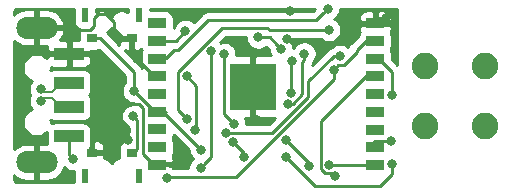
<source format=gbr>
G04 #@! TF.GenerationSoftware,KiCad,Pcbnew,(5.1.4)-1*
G04 #@! TF.CreationDate,2020-10-17T14:20:49+02:00*
G04 #@! TF.ProjectId,Long range deauther,4c6f6e67-2072-4616-9e67-652064656175,rev?*
G04 #@! TF.SameCoordinates,Original*
G04 #@! TF.FileFunction,Copper,L1,Top*
G04 #@! TF.FilePolarity,Positive*
%FSLAX46Y46*%
G04 Gerber Fmt 4.6, Leading zero omitted, Abs format (unit mm)*
G04 Created by KiCad (PCBNEW (5.1.4)-1) date 2020-10-17 14:20:49*
%MOMM*%
%LPD*%
G04 APERTURE LIST*
%ADD10C,2.250000*%
%ADD11R,0.600000X1.200000*%
%ADD12R,0.900000X0.800000*%
%ADD13R,2.500000X1.100000*%
%ADD14O,3.500000X1.900000*%
%ADD15R,1.500000X0.900000*%
%ADD16R,4.000000X4.000000*%
%ADD17C,0.800000*%
%ADD18C,0.250000*%
%ADD19C,0.200000*%
%ADD20C,0.254000*%
G04 APERTURE END LIST*
D10*
X161454000Y-80474000D03*
X166534000Y-80474000D03*
X161454000Y-85554000D03*
X166534000Y-85554000D03*
D11*
X132650000Y-76170000D03*
X137250000Y-76170000D03*
D12*
X136660000Y-78160000D03*
X133250000Y-78150000D03*
X136650000Y-87830000D03*
X133240000Y-87820000D03*
D11*
X132650000Y-89810000D03*
X137250000Y-89810000D03*
D13*
X131331240Y-83956400D03*
X131331240Y-81956400D03*
X131331240Y-86456400D03*
X131331240Y-79456400D03*
D14*
X128581240Y-88656400D03*
X128581240Y-77256400D03*
D15*
X157250000Y-88880000D03*
X157250000Y-87380000D03*
X157250000Y-85880000D03*
X157250000Y-84380000D03*
X157250000Y-82880000D03*
X157250000Y-81380000D03*
X157250000Y-79880000D03*
X157250000Y-78380000D03*
X157250000Y-76880000D03*
X138790000Y-76870000D03*
X138790000Y-79870000D03*
X138790000Y-82870000D03*
X138790000Y-78370000D03*
X138790000Y-85870000D03*
X138790000Y-81370000D03*
X138790000Y-87370000D03*
X138790000Y-84370000D03*
X138790000Y-88870000D03*
D16*
X146900000Y-82240000D03*
D17*
X136337040Y-86756240D03*
X141680000Y-76070000D03*
X141500000Y-88300000D03*
X150000000Y-75830000D03*
X158199990Y-76460000D03*
X145802340Y-79042340D03*
X131561840Y-77576680D03*
X137048240Y-79862680D03*
X147233640Y-85029040D03*
X149793960Y-78170104D03*
X153360000Y-88870012D03*
X149870647Y-83721862D03*
X149690000Y-86760000D03*
X151620000Y-88960000D03*
X151250000Y-79450000D03*
X153340000Y-77445094D03*
X141295620Y-84961649D03*
X147350000Y-78080000D03*
X149275622Y-79025294D03*
X141999156Y-85937510D03*
X141280000Y-81340000D03*
X136820010Y-82599990D03*
X142520000Y-87580002D03*
X136760000Y-84770000D03*
X153730000Y-80800000D03*
X139593320Y-89951560D03*
X150152311Y-82762347D03*
X150245939Y-80089056D03*
X158620000Y-86840000D03*
X153890000Y-89800000D03*
X158640000Y-82980000D03*
X144470000Y-79500000D03*
X145229847Y-86954847D03*
X149740000Y-88240000D03*
X158640000Y-88770000D03*
X146152340Y-88162340D03*
X145311859Y-85400000D03*
X154290000Y-79650000D03*
X144621571Y-86147724D03*
X153250000Y-75640000D03*
X143381152Y-79191152D03*
X141187347Y-77527347D03*
X142475707Y-89131829D03*
X128960645Y-83481400D03*
X128960645Y-82431400D03*
X131678680Y-88351360D03*
D18*
X157140000Y-76460000D02*
X156750000Y-76850000D01*
X158199990Y-76460000D02*
X157140000Y-76460000D01*
X135124999Y-76795997D02*
X135124999Y-77324999D01*
X134424001Y-76094999D02*
X135124999Y-76795997D01*
X133775999Y-76094999D02*
X134424001Y-76094999D01*
X133424999Y-76445999D02*
X133775999Y-76094999D01*
X133424999Y-77094001D02*
X133424999Y-76445999D01*
X135960000Y-78160000D02*
X136660000Y-78160000D01*
X133094001Y-77424999D02*
X133424999Y-77094001D01*
X132279206Y-77424999D02*
X133094001Y-77424999D01*
X135124999Y-77324999D02*
X135960000Y-78160000D01*
X132127525Y-77576680D02*
X132279206Y-77424999D01*
X131561840Y-77576680D02*
X132127525Y-77576680D01*
X138555560Y-81370000D02*
X138790000Y-81370000D01*
X137048240Y-79862680D02*
X138555560Y-81370000D01*
X138486410Y-88850000D02*
X139250000Y-88850000D01*
X137563860Y-87927450D02*
X138486410Y-88850000D01*
X137563860Y-84083860D02*
X137563860Y-87927450D01*
X136450000Y-85720000D02*
X135690000Y-84960000D01*
X135690000Y-84960000D02*
X135690000Y-84390000D01*
X135690000Y-84390000D02*
X136340000Y-83740000D01*
X136450000Y-86050000D02*
X136450000Y-85720000D01*
X136340000Y-83740000D02*
X137220000Y-83740000D01*
X137220000Y-83740000D02*
X137563860Y-84083860D01*
X153380012Y-88850000D02*
X153360000Y-88870012D01*
X156750000Y-88850000D02*
X153380012Y-88850000D01*
X149690000Y-86760000D02*
X151620000Y-88690000D01*
X151620000Y-88690000D02*
X151620000Y-88960000D01*
X151085001Y-82902659D02*
X151085001Y-80180684D01*
X151250000Y-80015685D02*
X151250000Y-79450000D01*
X150265798Y-83721862D02*
X151085001Y-82902659D01*
X149870647Y-83721862D02*
X150265798Y-83721862D01*
X151085001Y-80180684D02*
X151250000Y-80015685D01*
X148318096Y-77445094D02*
X148128001Y-77254999D01*
X148128001Y-77254999D02*
X144291999Y-77254999D01*
X140554999Y-80991999D02*
X140554999Y-84221028D01*
X140895621Y-84561650D02*
X141295620Y-84961649D01*
X140554999Y-84221028D02*
X140895621Y-84561650D01*
X153340000Y-77445094D02*
X148318096Y-77445094D01*
X144291999Y-77254999D02*
X140554999Y-80991999D01*
X148330328Y-78080000D02*
X148875623Y-78625295D01*
X148875623Y-78625295D02*
X149275622Y-79025294D01*
X147350000Y-78080000D02*
X148330328Y-78080000D01*
X142120000Y-82180000D02*
X141280000Y-81340000D01*
X141999156Y-85937510D02*
X142120000Y-85816666D01*
X142120000Y-85816666D02*
X142120000Y-82180000D01*
X138950000Y-84350000D02*
X139250000Y-84350000D01*
X139250000Y-84350000D02*
X139550000Y-84350000D01*
X142120001Y-87180003D02*
X142520000Y-87580002D01*
X136804400Y-82584380D02*
X136820010Y-82599990D01*
X136804400Y-81005680D02*
X136804400Y-82584380D01*
X133250000Y-78150000D02*
X133948720Y-78150000D01*
X133948720Y-78150000D02*
X136804400Y-81005680D01*
X139309998Y-84370000D02*
X138790000Y-84370000D01*
X142520000Y-87580002D02*
X139309998Y-84370000D01*
X138590020Y-84370000D02*
X138790000Y-84370000D01*
X136820010Y-82599990D02*
X138590020Y-84370000D01*
X137090000Y-85100000D02*
X136760000Y-84770000D01*
X136780000Y-87830000D02*
X137090000Y-87520000D01*
X137090000Y-87520000D02*
X137090000Y-85100000D01*
X153730000Y-80800000D02*
X154129999Y-80400001D01*
X154129999Y-80400001D02*
X154613001Y-80400001D01*
X156450000Y-78350000D02*
X156750000Y-78350000D01*
X154613001Y-80400001D02*
X155674999Y-79338003D01*
X155674999Y-79125001D02*
X156450000Y-78350000D01*
X155674999Y-79338003D02*
X155674999Y-79125001D01*
X136830000Y-87830000D02*
X136780000Y-87830000D01*
X153730000Y-81610000D02*
X145483171Y-89856829D01*
X153730000Y-80800000D02*
X153730000Y-81610000D01*
X145483171Y-89856829D02*
X140336829Y-89856829D01*
X140336829Y-89856829D02*
X139688051Y-89856829D01*
X139688051Y-89856829D02*
X139593320Y-89951560D01*
X150152311Y-80182684D02*
X150245939Y-80089056D01*
X150152311Y-82762347D02*
X150152311Y-80182684D01*
X157260000Y-86840000D02*
X156750000Y-87350000D01*
X158620000Y-86840000D02*
X157260000Y-86840000D01*
X152634999Y-85165001D02*
X156450000Y-81350000D01*
X156450000Y-81350000D02*
X156750000Y-81350000D01*
X152634999Y-89218013D02*
X152634999Y-85165001D01*
X153011999Y-89595013D02*
X152634999Y-89218013D01*
X153708001Y-89595013D02*
X153011999Y-89595013D01*
X153890000Y-89777012D02*
X153708001Y-89595013D01*
X153890000Y-89800000D02*
X153890000Y-89777012D01*
X156750000Y-79850000D02*
X157050000Y-79850000D01*
X157550000Y-79880000D02*
X157250000Y-79880000D01*
X158640000Y-80970000D02*
X157550000Y-79880000D01*
X158640000Y-82980000D02*
X158640000Y-80970000D01*
X146152340Y-87877340D02*
X146152340Y-88162340D01*
X145229847Y-86954847D02*
X146152340Y-87877340D01*
X144470000Y-84558141D02*
X144911860Y-85000001D01*
X144911860Y-85000001D02*
X145311859Y-85400000D01*
X144470000Y-79500000D02*
X144470000Y-84558141D01*
X158670000Y-89653100D02*
X158670000Y-88770000D01*
X157673110Y-90649990D02*
X158670000Y-89653100D01*
X149740000Y-88240000D02*
X152149990Y-90649990D01*
X152149990Y-90649990D02*
X157673110Y-90649990D01*
X151585001Y-83108001D02*
X148545278Y-86147724D01*
X148545278Y-86147724D02*
X145187256Y-86147724D01*
X151585001Y-81789314D02*
X151585001Y-83108001D01*
X154290000Y-79650000D02*
X153724315Y-79650000D01*
X145187256Y-86147724D02*
X144621571Y-86147724D01*
X153724315Y-79650000D02*
X151585001Y-81789314D01*
X139250000Y-79850000D02*
X139550000Y-79850000D01*
X140590000Y-79150000D02*
X143130000Y-76610000D01*
X139550000Y-79850000D02*
X140250000Y-79150000D01*
X140250000Y-79150000D02*
X140590000Y-79150000D01*
X143130000Y-76610000D02*
X152280000Y-76610000D01*
X152280000Y-76610000D02*
X152850001Y-76039999D01*
X152850001Y-76039999D02*
X153250000Y-75640000D01*
X140364694Y-78350000D02*
X139250000Y-78350000D01*
X141187347Y-77527347D02*
X140364694Y-78350000D01*
X143381152Y-88226384D02*
X142875706Y-88731830D01*
X142875706Y-88731830D02*
X142475707Y-89131829D01*
X143381152Y-79191152D02*
X143381152Y-88226384D01*
D19*
X129260645Y-83181400D02*
X128960645Y-83481400D01*
X129856240Y-83181400D02*
X129260645Y-83181400D01*
X130631240Y-83956400D02*
X129856240Y-83181400D01*
X131331240Y-83956400D02*
X130631240Y-83956400D01*
X131331240Y-81956400D02*
X130631240Y-81956400D01*
X130631240Y-81956400D02*
X129856240Y-82731400D01*
X129856240Y-82731400D02*
X129260645Y-82731400D01*
X129260645Y-82731400D02*
X128960645Y-82431400D01*
D18*
X131331240Y-86456400D02*
X131331240Y-88003920D01*
X131331240Y-88003920D02*
X131678680Y-88351360D01*
D20*
G36*
X131711928Y-76770000D02*
G01*
X131724188Y-76894482D01*
X131760498Y-77014180D01*
X131819463Y-77124494D01*
X131898815Y-77221185D01*
X131995506Y-77300537D01*
X132105820Y-77359502D01*
X132225518Y-77395812D01*
X132267110Y-77399908D01*
X132210498Y-77505820D01*
X132174188Y-77625518D01*
X132161928Y-77750000D01*
X132161928Y-78269664D01*
X131616990Y-78271400D01*
X131458240Y-78430150D01*
X131458240Y-79329400D01*
X133057490Y-79329400D01*
X133198818Y-79188072D01*
X133700000Y-79188072D01*
X133824482Y-79175812D01*
X133882217Y-79158298D01*
X136044400Y-81320483D01*
X136044401Y-81911888D01*
X136016073Y-81940216D01*
X135902805Y-82109734D01*
X135824784Y-82298092D01*
X135785010Y-82498051D01*
X135785010Y-82701929D01*
X135824784Y-82901888D01*
X135902805Y-83090246D01*
X136016073Y-83259764D01*
X136160236Y-83403927D01*
X136329754Y-83517195D01*
X136518112Y-83595216D01*
X136718071Y-83634990D01*
X136780209Y-83634990D01*
X136884758Y-83739539D01*
X136861939Y-83735000D01*
X136658061Y-83735000D01*
X136458102Y-83774774D01*
X136269744Y-83852795D01*
X136100226Y-83966063D01*
X135956063Y-84110226D01*
X135842795Y-84279744D01*
X135764774Y-84468102D01*
X135725000Y-84668061D01*
X135725000Y-84871939D01*
X135764774Y-85071898D01*
X135842795Y-85260256D01*
X135956063Y-85429774D01*
X136100226Y-85573937D01*
X136269744Y-85687205D01*
X136330001Y-85712164D01*
X136330000Y-86791928D01*
X136200000Y-86791928D01*
X136075518Y-86804188D01*
X135955820Y-86840498D01*
X135845506Y-86899463D01*
X135748815Y-86978815D01*
X135669463Y-87075506D01*
X135610498Y-87185820D01*
X135574188Y-87305518D01*
X135561928Y-87430000D01*
X135561928Y-88230000D01*
X135564155Y-88252615D01*
X135512686Y-88262853D01*
X135333428Y-88337104D01*
X135172099Y-88444901D01*
X135034901Y-88582099D01*
X134950000Y-88709162D01*
X134865099Y-88582099D01*
X134727901Y-88444901D01*
X134566572Y-88337104D01*
X134387314Y-88262853D01*
X134325071Y-88250472D01*
X134328072Y-88220000D01*
X134325000Y-88105750D01*
X134166250Y-87947000D01*
X133367000Y-87947000D01*
X133367000Y-87967000D01*
X133113000Y-87967000D01*
X133113000Y-87947000D01*
X133093000Y-87947000D01*
X133093000Y-87693000D01*
X133113000Y-87693000D01*
X133113000Y-87358606D01*
X133170742Y-87250580D01*
X133207052Y-87130882D01*
X133219312Y-87006400D01*
X133219312Y-86943750D01*
X133367000Y-86943750D01*
X133367000Y-87693000D01*
X134166250Y-87693000D01*
X134325000Y-87534250D01*
X134328072Y-87420000D01*
X134315812Y-87295518D01*
X134279502Y-87175820D01*
X134220537Y-87065506D01*
X134141185Y-86968815D01*
X134044494Y-86889463D01*
X133934180Y-86830498D01*
X133814482Y-86794188D01*
X133690000Y-86781928D01*
X133525750Y-86785000D01*
X133367000Y-86943750D01*
X133219312Y-86943750D01*
X133219312Y-85906400D01*
X133207052Y-85781918D01*
X133170742Y-85662220D01*
X133111777Y-85551906D01*
X133032425Y-85455215D01*
X132935734Y-85375863D01*
X132825420Y-85316898D01*
X132705722Y-85280588D01*
X132581240Y-85268328D01*
X130081240Y-85268328D01*
X129956758Y-85280588D01*
X129837060Y-85316898D01*
X129766240Y-85354753D01*
X129766240Y-85139688D01*
X129748069Y-85048334D01*
X129837060Y-85095902D01*
X129956758Y-85132212D01*
X130081240Y-85144472D01*
X132581240Y-85144472D01*
X132705722Y-85132212D01*
X132825420Y-85095902D01*
X132935734Y-85036937D01*
X133032425Y-84957585D01*
X133111777Y-84860894D01*
X133170742Y-84750580D01*
X133207052Y-84630882D01*
X133219312Y-84506400D01*
X133219312Y-83406400D01*
X133207052Y-83281918D01*
X133170742Y-83162220D01*
X133111777Y-83051906D01*
X133033398Y-82956400D01*
X133111777Y-82860894D01*
X133170742Y-82750580D01*
X133207052Y-82630882D01*
X133219312Y-82506400D01*
X133219312Y-81406400D01*
X133207052Y-81281918D01*
X133170742Y-81162220D01*
X133111777Y-81051906D01*
X133032425Y-80955215D01*
X132935734Y-80875863D01*
X132825420Y-80816898D01*
X132705722Y-80780588D01*
X132581240Y-80768328D01*
X130081240Y-80768328D01*
X129956758Y-80780588D01*
X129837060Y-80816898D01*
X129748069Y-80864466D01*
X129766240Y-80773112D01*
X129766240Y-80558047D01*
X129837060Y-80595902D01*
X129956758Y-80632212D01*
X130081240Y-80644472D01*
X131045490Y-80641400D01*
X131204240Y-80482650D01*
X131204240Y-79583400D01*
X131458240Y-79583400D01*
X131458240Y-80482650D01*
X131616990Y-80641400D01*
X132581240Y-80644472D01*
X132705722Y-80632212D01*
X132825420Y-80595902D01*
X132935734Y-80536937D01*
X133032425Y-80457585D01*
X133111777Y-80360894D01*
X133170742Y-80250580D01*
X133207052Y-80130882D01*
X133219312Y-80006400D01*
X133216240Y-79742150D01*
X133057490Y-79583400D01*
X131458240Y-79583400D01*
X131204240Y-79583400D01*
X129604990Y-79583400D01*
X129446240Y-79742150D01*
X129445052Y-79844368D01*
X129336634Y-79735950D01*
X129142548Y-79606266D01*
X128926892Y-79516939D01*
X128697952Y-79471400D01*
X128464528Y-79471400D01*
X128235588Y-79516939D01*
X128019932Y-79606266D01*
X127825846Y-79735950D01*
X127660790Y-79901006D01*
X127531106Y-80095092D01*
X127441779Y-80310748D01*
X127396240Y-80539688D01*
X127396240Y-80773112D01*
X127441779Y-81002052D01*
X127531106Y-81217708D01*
X127660790Y-81411794D01*
X127825846Y-81576850D01*
X128019932Y-81706534D01*
X128162675Y-81765659D01*
X128156708Y-81771626D01*
X128043440Y-81941144D01*
X127965419Y-82129502D01*
X127925645Y-82329461D01*
X127925645Y-82533339D01*
X127965419Y-82733298D01*
X128043440Y-82921656D01*
X128066655Y-82956400D01*
X128043440Y-82991144D01*
X127965419Y-83179502D01*
X127925645Y-83379461D01*
X127925645Y-83583339D01*
X127965419Y-83783298D01*
X128043440Y-83971656D01*
X128156708Y-84141174D01*
X128162675Y-84147141D01*
X128019932Y-84206266D01*
X127825846Y-84335950D01*
X127660790Y-84501006D01*
X127531106Y-84695092D01*
X127441779Y-84910748D01*
X127396240Y-85139688D01*
X127396240Y-85373112D01*
X127441779Y-85602052D01*
X127531106Y-85817708D01*
X127660790Y-86011794D01*
X127825846Y-86176850D01*
X128019932Y-86306534D01*
X128235588Y-86395861D01*
X128464528Y-86441400D01*
X128697952Y-86441400D01*
X128926892Y-86395861D01*
X129142548Y-86306534D01*
X129336634Y-86176850D01*
X129443168Y-86070316D01*
X129443168Y-87006400D01*
X129449570Y-87071400D01*
X128708240Y-87071400D01*
X128708240Y-88529400D01*
X128728240Y-88529400D01*
X128728240Y-88783400D01*
X128708240Y-88783400D01*
X128708240Y-90241400D01*
X129508240Y-90241400D01*
X129815018Y-90186168D01*
X130105126Y-90072148D01*
X130367415Y-89903722D01*
X130591806Y-89687362D01*
X130769676Y-89431383D01*
X130894189Y-89145621D01*
X130916227Y-89052618D01*
X131018906Y-89155297D01*
X131188424Y-89268565D01*
X131376782Y-89346586D01*
X131576741Y-89386360D01*
X131711928Y-89386360D01*
X131711928Y-90340000D01*
X127016279Y-90340000D01*
X126918576Y-90330420D01*
X126855643Y-90311420D01*
X126797594Y-90280554D01*
X126746657Y-90239011D01*
X126704752Y-90188356D01*
X126673485Y-90130529D01*
X126654044Y-90067728D01*
X126644000Y-89972165D01*
X126644000Y-89758064D01*
X126795065Y-89903722D01*
X127057354Y-90072148D01*
X127347462Y-90186168D01*
X127654240Y-90241400D01*
X128454240Y-90241400D01*
X128454240Y-88783400D01*
X128434240Y-88783400D01*
X128434240Y-88529400D01*
X128454240Y-88529400D01*
X128454240Y-87071400D01*
X127654240Y-87071400D01*
X127347462Y-87126632D01*
X127057354Y-87240652D01*
X126795065Y-87409078D01*
X126644000Y-87554736D01*
X126644000Y-78358064D01*
X126795065Y-78503722D01*
X127057354Y-78672148D01*
X127347462Y-78786168D01*
X127654240Y-78841400D01*
X128454240Y-78841400D01*
X128454240Y-77383400D01*
X128708240Y-77383400D01*
X128708240Y-78841400D01*
X129449570Y-78841400D01*
X129443168Y-78906400D01*
X129446240Y-79170650D01*
X129604990Y-79329400D01*
X131204240Y-79329400D01*
X131204240Y-78430150D01*
X131045490Y-78271400D01*
X130603875Y-78269993D01*
X130769676Y-78031383D01*
X130894189Y-77745621D01*
X130921826Y-77628988D01*
X130801824Y-77383400D01*
X128708240Y-77383400D01*
X128454240Y-77383400D01*
X128434240Y-77383400D01*
X128434240Y-77129400D01*
X128454240Y-77129400D01*
X128454240Y-75671400D01*
X128708240Y-75671400D01*
X128708240Y-77129400D01*
X130801824Y-77129400D01*
X130921826Y-76883812D01*
X130894189Y-76767179D01*
X130769676Y-76481417D01*
X130591806Y-76225438D01*
X130367415Y-76009078D01*
X130105126Y-75840652D01*
X129815018Y-75726632D01*
X129508240Y-75671400D01*
X128708240Y-75671400D01*
X128454240Y-75671400D01*
X127654240Y-75671400D01*
X127347462Y-75726632D01*
X127057354Y-75840652D01*
X126795065Y-76009078D01*
X126644000Y-76154736D01*
X126644000Y-76032279D01*
X126653580Y-75934576D01*
X126672580Y-75871644D01*
X126703445Y-75813595D01*
X126744989Y-75762657D01*
X126795644Y-75720752D01*
X126853471Y-75689485D01*
X126916272Y-75670044D01*
X127011835Y-75660000D01*
X131711928Y-75660000D01*
X131711928Y-76770000D01*
X131711928Y-76770000D01*
G37*
X131711928Y-76770000D02*
X131724188Y-76894482D01*
X131760498Y-77014180D01*
X131819463Y-77124494D01*
X131898815Y-77221185D01*
X131995506Y-77300537D01*
X132105820Y-77359502D01*
X132225518Y-77395812D01*
X132267110Y-77399908D01*
X132210498Y-77505820D01*
X132174188Y-77625518D01*
X132161928Y-77750000D01*
X132161928Y-78269664D01*
X131616990Y-78271400D01*
X131458240Y-78430150D01*
X131458240Y-79329400D01*
X133057490Y-79329400D01*
X133198818Y-79188072D01*
X133700000Y-79188072D01*
X133824482Y-79175812D01*
X133882217Y-79158298D01*
X136044400Y-81320483D01*
X136044401Y-81911888D01*
X136016073Y-81940216D01*
X135902805Y-82109734D01*
X135824784Y-82298092D01*
X135785010Y-82498051D01*
X135785010Y-82701929D01*
X135824784Y-82901888D01*
X135902805Y-83090246D01*
X136016073Y-83259764D01*
X136160236Y-83403927D01*
X136329754Y-83517195D01*
X136518112Y-83595216D01*
X136718071Y-83634990D01*
X136780209Y-83634990D01*
X136884758Y-83739539D01*
X136861939Y-83735000D01*
X136658061Y-83735000D01*
X136458102Y-83774774D01*
X136269744Y-83852795D01*
X136100226Y-83966063D01*
X135956063Y-84110226D01*
X135842795Y-84279744D01*
X135764774Y-84468102D01*
X135725000Y-84668061D01*
X135725000Y-84871939D01*
X135764774Y-85071898D01*
X135842795Y-85260256D01*
X135956063Y-85429774D01*
X136100226Y-85573937D01*
X136269744Y-85687205D01*
X136330001Y-85712164D01*
X136330000Y-86791928D01*
X136200000Y-86791928D01*
X136075518Y-86804188D01*
X135955820Y-86840498D01*
X135845506Y-86899463D01*
X135748815Y-86978815D01*
X135669463Y-87075506D01*
X135610498Y-87185820D01*
X135574188Y-87305518D01*
X135561928Y-87430000D01*
X135561928Y-88230000D01*
X135564155Y-88252615D01*
X135512686Y-88262853D01*
X135333428Y-88337104D01*
X135172099Y-88444901D01*
X135034901Y-88582099D01*
X134950000Y-88709162D01*
X134865099Y-88582099D01*
X134727901Y-88444901D01*
X134566572Y-88337104D01*
X134387314Y-88262853D01*
X134325071Y-88250472D01*
X134328072Y-88220000D01*
X134325000Y-88105750D01*
X134166250Y-87947000D01*
X133367000Y-87947000D01*
X133367000Y-87967000D01*
X133113000Y-87967000D01*
X133113000Y-87947000D01*
X133093000Y-87947000D01*
X133093000Y-87693000D01*
X133113000Y-87693000D01*
X133113000Y-87358606D01*
X133170742Y-87250580D01*
X133207052Y-87130882D01*
X133219312Y-87006400D01*
X133219312Y-86943750D01*
X133367000Y-86943750D01*
X133367000Y-87693000D01*
X134166250Y-87693000D01*
X134325000Y-87534250D01*
X134328072Y-87420000D01*
X134315812Y-87295518D01*
X134279502Y-87175820D01*
X134220537Y-87065506D01*
X134141185Y-86968815D01*
X134044494Y-86889463D01*
X133934180Y-86830498D01*
X133814482Y-86794188D01*
X133690000Y-86781928D01*
X133525750Y-86785000D01*
X133367000Y-86943750D01*
X133219312Y-86943750D01*
X133219312Y-85906400D01*
X133207052Y-85781918D01*
X133170742Y-85662220D01*
X133111777Y-85551906D01*
X133032425Y-85455215D01*
X132935734Y-85375863D01*
X132825420Y-85316898D01*
X132705722Y-85280588D01*
X132581240Y-85268328D01*
X130081240Y-85268328D01*
X129956758Y-85280588D01*
X129837060Y-85316898D01*
X129766240Y-85354753D01*
X129766240Y-85139688D01*
X129748069Y-85048334D01*
X129837060Y-85095902D01*
X129956758Y-85132212D01*
X130081240Y-85144472D01*
X132581240Y-85144472D01*
X132705722Y-85132212D01*
X132825420Y-85095902D01*
X132935734Y-85036937D01*
X133032425Y-84957585D01*
X133111777Y-84860894D01*
X133170742Y-84750580D01*
X133207052Y-84630882D01*
X133219312Y-84506400D01*
X133219312Y-83406400D01*
X133207052Y-83281918D01*
X133170742Y-83162220D01*
X133111777Y-83051906D01*
X133033398Y-82956400D01*
X133111777Y-82860894D01*
X133170742Y-82750580D01*
X133207052Y-82630882D01*
X133219312Y-82506400D01*
X133219312Y-81406400D01*
X133207052Y-81281918D01*
X133170742Y-81162220D01*
X133111777Y-81051906D01*
X133032425Y-80955215D01*
X132935734Y-80875863D01*
X132825420Y-80816898D01*
X132705722Y-80780588D01*
X132581240Y-80768328D01*
X130081240Y-80768328D01*
X129956758Y-80780588D01*
X129837060Y-80816898D01*
X129748069Y-80864466D01*
X129766240Y-80773112D01*
X129766240Y-80558047D01*
X129837060Y-80595902D01*
X129956758Y-80632212D01*
X130081240Y-80644472D01*
X131045490Y-80641400D01*
X131204240Y-80482650D01*
X131204240Y-79583400D01*
X131458240Y-79583400D01*
X131458240Y-80482650D01*
X131616990Y-80641400D01*
X132581240Y-80644472D01*
X132705722Y-80632212D01*
X132825420Y-80595902D01*
X132935734Y-80536937D01*
X133032425Y-80457585D01*
X133111777Y-80360894D01*
X133170742Y-80250580D01*
X133207052Y-80130882D01*
X133219312Y-80006400D01*
X133216240Y-79742150D01*
X133057490Y-79583400D01*
X131458240Y-79583400D01*
X131204240Y-79583400D01*
X129604990Y-79583400D01*
X129446240Y-79742150D01*
X129445052Y-79844368D01*
X129336634Y-79735950D01*
X129142548Y-79606266D01*
X128926892Y-79516939D01*
X128697952Y-79471400D01*
X128464528Y-79471400D01*
X128235588Y-79516939D01*
X128019932Y-79606266D01*
X127825846Y-79735950D01*
X127660790Y-79901006D01*
X127531106Y-80095092D01*
X127441779Y-80310748D01*
X127396240Y-80539688D01*
X127396240Y-80773112D01*
X127441779Y-81002052D01*
X127531106Y-81217708D01*
X127660790Y-81411794D01*
X127825846Y-81576850D01*
X128019932Y-81706534D01*
X128162675Y-81765659D01*
X128156708Y-81771626D01*
X128043440Y-81941144D01*
X127965419Y-82129502D01*
X127925645Y-82329461D01*
X127925645Y-82533339D01*
X127965419Y-82733298D01*
X128043440Y-82921656D01*
X128066655Y-82956400D01*
X128043440Y-82991144D01*
X127965419Y-83179502D01*
X127925645Y-83379461D01*
X127925645Y-83583339D01*
X127965419Y-83783298D01*
X128043440Y-83971656D01*
X128156708Y-84141174D01*
X128162675Y-84147141D01*
X128019932Y-84206266D01*
X127825846Y-84335950D01*
X127660790Y-84501006D01*
X127531106Y-84695092D01*
X127441779Y-84910748D01*
X127396240Y-85139688D01*
X127396240Y-85373112D01*
X127441779Y-85602052D01*
X127531106Y-85817708D01*
X127660790Y-86011794D01*
X127825846Y-86176850D01*
X128019932Y-86306534D01*
X128235588Y-86395861D01*
X128464528Y-86441400D01*
X128697952Y-86441400D01*
X128926892Y-86395861D01*
X129142548Y-86306534D01*
X129336634Y-86176850D01*
X129443168Y-86070316D01*
X129443168Y-87006400D01*
X129449570Y-87071400D01*
X128708240Y-87071400D01*
X128708240Y-88529400D01*
X128728240Y-88529400D01*
X128728240Y-88783400D01*
X128708240Y-88783400D01*
X128708240Y-90241400D01*
X129508240Y-90241400D01*
X129815018Y-90186168D01*
X130105126Y-90072148D01*
X130367415Y-89903722D01*
X130591806Y-89687362D01*
X130769676Y-89431383D01*
X130894189Y-89145621D01*
X130916227Y-89052618D01*
X131018906Y-89155297D01*
X131188424Y-89268565D01*
X131376782Y-89346586D01*
X131576741Y-89386360D01*
X131711928Y-89386360D01*
X131711928Y-90340000D01*
X127016279Y-90340000D01*
X126918576Y-90330420D01*
X126855643Y-90311420D01*
X126797594Y-90280554D01*
X126746657Y-90239011D01*
X126704752Y-90188356D01*
X126673485Y-90130529D01*
X126654044Y-90067728D01*
X126644000Y-89972165D01*
X126644000Y-89758064D01*
X126795065Y-89903722D01*
X127057354Y-90072148D01*
X127347462Y-90186168D01*
X127654240Y-90241400D01*
X128454240Y-90241400D01*
X128454240Y-88783400D01*
X128434240Y-88783400D01*
X128434240Y-88529400D01*
X128454240Y-88529400D01*
X128454240Y-87071400D01*
X127654240Y-87071400D01*
X127347462Y-87126632D01*
X127057354Y-87240652D01*
X126795065Y-87409078D01*
X126644000Y-87554736D01*
X126644000Y-78358064D01*
X126795065Y-78503722D01*
X127057354Y-78672148D01*
X127347462Y-78786168D01*
X127654240Y-78841400D01*
X128454240Y-78841400D01*
X128454240Y-77383400D01*
X128708240Y-77383400D01*
X128708240Y-78841400D01*
X129449570Y-78841400D01*
X129443168Y-78906400D01*
X129446240Y-79170650D01*
X129604990Y-79329400D01*
X131204240Y-79329400D01*
X131204240Y-78430150D01*
X131045490Y-78271400D01*
X130603875Y-78269993D01*
X130769676Y-78031383D01*
X130894189Y-77745621D01*
X130921826Y-77628988D01*
X130801824Y-77383400D01*
X128708240Y-77383400D01*
X128454240Y-77383400D01*
X128434240Y-77383400D01*
X128434240Y-77129400D01*
X128454240Y-77129400D01*
X128454240Y-75671400D01*
X128708240Y-75671400D01*
X128708240Y-77129400D01*
X130801824Y-77129400D01*
X130921826Y-76883812D01*
X130894189Y-76767179D01*
X130769676Y-76481417D01*
X130591806Y-76225438D01*
X130367415Y-76009078D01*
X130105126Y-75840652D01*
X129815018Y-75726632D01*
X129508240Y-75671400D01*
X128708240Y-75671400D01*
X128454240Y-75671400D01*
X127654240Y-75671400D01*
X127347462Y-75726632D01*
X127057354Y-75840652D01*
X126795065Y-76009078D01*
X126644000Y-76154736D01*
X126644000Y-76032279D01*
X126653580Y-75934576D01*
X126672580Y-75871644D01*
X126703445Y-75813595D01*
X126744989Y-75762657D01*
X126795644Y-75720752D01*
X126853471Y-75689485D01*
X126916272Y-75670044D01*
X127011835Y-75660000D01*
X131711928Y-75660000D01*
X131711928Y-76770000D01*
G36*
X141485000Y-87619804D02*
G01*
X141485000Y-87681941D01*
X141524774Y-87881900D01*
X141602795Y-88070258D01*
X141716063Y-88239776D01*
X141810056Y-88333769D01*
X141671770Y-88472055D01*
X141558502Y-88641573D01*
X141480481Y-88829931D01*
X141440707Y-89029890D01*
X141440707Y-89096829D01*
X140177075Y-89096829D01*
X140083576Y-89034355D01*
X140032412Y-89013162D01*
X140016250Y-88997000D01*
X139993394Y-88997000D01*
X139895218Y-88956334D01*
X139695259Y-88916560D01*
X139491381Y-88916560D01*
X139291422Y-88956334D01*
X139193246Y-88997000D01*
X138917000Y-88997000D01*
X138917000Y-89017000D01*
X138663000Y-89017000D01*
X138663000Y-88997000D01*
X138643000Y-88997000D01*
X138643000Y-88743000D01*
X138663000Y-88743000D01*
X138663000Y-88723000D01*
X138917000Y-88723000D01*
X138917000Y-88743000D01*
X140016250Y-88743000D01*
X140175000Y-88584250D01*
X140178072Y-88420000D01*
X140165812Y-88295518D01*
X140129502Y-88175820D01*
X140099665Y-88120000D01*
X140129502Y-88064180D01*
X140165812Y-87944482D01*
X140178072Y-87820000D01*
X140178072Y-86920000D01*
X140165812Y-86795518D01*
X140129502Y-86675820D01*
X140099665Y-86620000D01*
X140129502Y-86564180D01*
X140165812Y-86444482D01*
X140178072Y-86320000D01*
X140178072Y-86312875D01*
X141485000Y-87619804D01*
X141485000Y-87619804D01*
G37*
X141485000Y-87619804D02*
X141485000Y-87681941D01*
X141524774Y-87881900D01*
X141602795Y-88070258D01*
X141716063Y-88239776D01*
X141810056Y-88333769D01*
X141671770Y-88472055D01*
X141558502Y-88641573D01*
X141480481Y-88829931D01*
X141440707Y-89029890D01*
X141440707Y-89096829D01*
X140177075Y-89096829D01*
X140083576Y-89034355D01*
X140032412Y-89013162D01*
X140016250Y-88997000D01*
X139993394Y-88997000D01*
X139895218Y-88956334D01*
X139695259Y-88916560D01*
X139491381Y-88916560D01*
X139291422Y-88956334D01*
X139193246Y-88997000D01*
X138917000Y-88997000D01*
X138917000Y-89017000D01*
X138663000Y-89017000D01*
X138663000Y-88997000D01*
X138643000Y-88997000D01*
X138643000Y-88743000D01*
X138663000Y-88743000D01*
X138663000Y-88723000D01*
X138917000Y-88723000D01*
X138917000Y-88743000D01*
X140016250Y-88743000D01*
X140175000Y-88584250D01*
X140178072Y-88420000D01*
X140165812Y-88295518D01*
X140129502Y-88175820D01*
X140099665Y-88120000D01*
X140129502Y-88064180D01*
X140165812Y-87944482D01*
X140178072Y-87820000D01*
X140178072Y-86920000D01*
X140165812Y-86795518D01*
X140129502Y-86675820D01*
X140099665Y-86620000D01*
X140129502Y-86564180D01*
X140165812Y-86444482D01*
X140178072Y-86320000D01*
X140178072Y-86312875D01*
X141485000Y-87619804D01*
G36*
X146315000Y-78181939D02*
G01*
X146354774Y-78381898D01*
X146432795Y-78570256D01*
X146546063Y-78739774D01*
X146690226Y-78883937D01*
X146859744Y-78997205D01*
X147048102Y-79075226D01*
X147248061Y-79115000D01*
X147451939Y-79115000D01*
X147651898Y-79075226D01*
X147840256Y-78997205D01*
X148009774Y-78883937D01*
X148034619Y-78859092D01*
X148240622Y-79065096D01*
X148240622Y-79127233D01*
X148280396Y-79327192D01*
X148358417Y-79515550D01*
X148416711Y-79602794D01*
X147185750Y-79605000D01*
X147027000Y-79763750D01*
X147027000Y-82113000D01*
X147047000Y-82113000D01*
X147047000Y-82367000D01*
X147027000Y-82367000D01*
X147027000Y-84716250D01*
X147185750Y-84875000D01*
X148740414Y-84877786D01*
X148230477Y-85387724D01*
X146346859Y-85387724D01*
X146346859Y-85298061D01*
X146307085Y-85098102D01*
X146229064Y-84909744D01*
X146206337Y-84875731D01*
X146614250Y-84875000D01*
X146773000Y-84716250D01*
X146773000Y-82367000D01*
X146753000Y-82367000D01*
X146753000Y-82113000D01*
X146773000Y-82113000D01*
X146773000Y-79763750D01*
X146614250Y-79605000D01*
X145504787Y-79603012D01*
X145505000Y-79601939D01*
X145505000Y-79398061D01*
X145465226Y-79198102D01*
X145387205Y-79009744D01*
X145273937Y-78840226D01*
X145129774Y-78696063D01*
X144960256Y-78582795D01*
X144771898Y-78504774D01*
X144571939Y-78465000D01*
X144368061Y-78465000D01*
X144168102Y-78504774D01*
X144161302Y-78507591D01*
X144137755Y-78484044D01*
X144606801Y-78014999D01*
X146315000Y-78014999D01*
X146315000Y-78181939D01*
X146315000Y-78181939D01*
G37*
X146315000Y-78181939D02*
X146354774Y-78381898D01*
X146432795Y-78570256D01*
X146546063Y-78739774D01*
X146690226Y-78883937D01*
X146859744Y-78997205D01*
X147048102Y-79075226D01*
X147248061Y-79115000D01*
X147451939Y-79115000D01*
X147651898Y-79075226D01*
X147840256Y-78997205D01*
X148009774Y-78883937D01*
X148034619Y-78859092D01*
X148240622Y-79065096D01*
X148240622Y-79127233D01*
X148280396Y-79327192D01*
X148358417Y-79515550D01*
X148416711Y-79602794D01*
X147185750Y-79605000D01*
X147027000Y-79763750D01*
X147027000Y-82113000D01*
X147047000Y-82113000D01*
X147047000Y-82367000D01*
X147027000Y-82367000D01*
X147027000Y-84716250D01*
X147185750Y-84875000D01*
X148740414Y-84877786D01*
X148230477Y-85387724D01*
X146346859Y-85387724D01*
X146346859Y-85298061D01*
X146307085Y-85098102D01*
X146229064Y-84909744D01*
X146206337Y-84875731D01*
X146614250Y-84875000D01*
X146773000Y-84716250D01*
X146773000Y-82367000D01*
X146753000Y-82367000D01*
X146753000Y-82113000D01*
X146773000Y-82113000D01*
X146773000Y-79763750D01*
X146614250Y-79605000D01*
X145504787Y-79603012D01*
X145505000Y-79601939D01*
X145505000Y-79398061D01*
X145465226Y-79198102D01*
X145387205Y-79009744D01*
X145273937Y-78840226D01*
X145129774Y-78696063D01*
X144960256Y-78582795D01*
X144771898Y-78504774D01*
X144571939Y-78465000D01*
X144368061Y-78465000D01*
X144168102Y-78504774D01*
X144161302Y-78507591D01*
X144137755Y-78484044D01*
X144606801Y-78014999D01*
X146315000Y-78014999D01*
X146315000Y-78181939D01*
G36*
X138917000Y-81243000D02*
G01*
X138937000Y-81243000D01*
X138937000Y-81497000D01*
X138917000Y-81497000D01*
X138917000Y-81517000D01*
X138663000Y-81517000D01*
X138663000Y-81497000D01*
X138643000Y-81497000D01*
X138643000Y-81243000D01*
X138663000Y-81243000D01*
X138663000Y-81223000D01*
X138917000Y-81223000D01*
X138917000Y-81243000D01*
X138917000Y-81243000D01*
G37*
X138917000Y-81243000D02*
X138937000Y-81243000D01*
X138937000Y-81497000D01*
X138917000Y-81497000D01*
X138917000Y-81517000D01*
X138663000Y-81517000D01*
X138663000Y-81497000D01*
X138643000Y-81497000D01*
X138643000Y-81243000D01*
X138663000Y-81243000D01*
X138663000Y-81223000D01*
X138917000Y-81223000D01*
X138917000Y-81243000D01*
G36*
X135034901Y-77397901D02*
G01*
X135172099Y-77535099D01*
X135333428Y-77642896D01*
X135512686Y-77717147D01*
X135574929Y-77729528D01*
X135571928Y-77760000D01*
X135575000Y-77874250D01*
X135733750Y-78033000D01*
X136533000Y-78033000D01*
X136533000Y-78013000D01*
X136787000Y-78013000D01*
X136787000Y-78033000D01*
X136807000Y-78033000D01*
X136807000Y-78287000D01*
X136787000Y-78287000D01*
X136787000Y-79036250D01*
X136945750Y-79195000D01*
X137110000Y-79198072D01*
X137234482Y-79185812D01*
X137354180Y-79149502D01*
X137464494Y-79090537D01*
X137464558Y-79090484D01*
X137480335Y-79120000D01*
X137450498Y-79175820D01*
X137414188Y-79295518D01*
X137401928Y-79420000D01*
X137401928Y-80320000D01*
X137414188Y-80444482D01*
X137450498Y-80564180D01*
X137480335Y-80620000D01*
X137470170Y-80639018D01*
X137439374Y-80581404D01*
X137402164Y-80536063D01*
X137368199Y-80494676D01*
X137368195Y-80494672D01*
X137344401Y-80465679D01*
X137315409Y-80441886D01*
X136047933Y-79174411D01*
X136085518Y-79185812D01*
X136210000Y-79198072D01*
X136374250Y-79195000D01*
X136533000Y-79036250D01*
X136533000Y-78287000D01*
X135733750Y-78287000D01*
X135575000Y-78445750D01*
X135571928Y-78560000D01*
X135584188Y-78684482D01*
X135595590Y-78722068D01*
X134531107Y-77657586D01*
X134566572Y-77642896D01*
X134727901Y-77535099D01*
X134865099Y-77397901D01*
X134950000Y-77270838D01*
X135034901Y-77397901D01*
X135034901Y-77397901D01*
G37*
X135034901Y-77397901D02*
X135172099Y-77535099D01*
X135333428Y-77642896D01*
X135512686Y-77717147D01*
X135574929Y-77729528D01*
X135571928Y-77760000D01*
X135575000Y-77874250D01*
X135733750Y-78033000D01*
X136533000Y-78033000D01*
X136533000Y-78013000D01*
X136787000Y-78013000D01*
X136787000Y-78033000D01*
X136807000Y-78033000D01*
X136807000Y-78287000D01*
X136787000Y-78287000D01*
X136787000Y-79036250D01*
X136945750Y-79195000D01*
X137110000Y-79198072D01*
X137234482Y-79185812D01*
X137354180Y-79149502D01*
X137464494Y-79090537D01*
X137464558Y-79090484D01*
X137480335Y-79120000D01*
X137450498Y-79175820D01*
X137414188Y-79295518D01*
X137401928Y-79420000D01*
X137401928Y-80320000D01*
X137414188Y-80444482D01*
X137450498Y-80564180D01*
X137480335Y-80620000D01*
X137470170Y-80639018D01*
X137439374Y-80581404D01*
X137402164Y-80536063D01*
X137368199Y-80494676D01*
X137368195Y-80494672D01*
X137344401Y-80465679D01*
X137315409Y-80441886D01*
X136047933Y-79174411D01*
X136085518Y-79185812D01*
X136210000Y-79198072D01*
X136374250Y-79195000D01*
X136533000Y-79036250D01*
X136533000Y-78287000D01*
X135733750Y-78287000D01*
X135575000Y-78445750D01*
X135571928Y-78560000D01*
X135584188Y-78684482D01*
X135595590Y-78722068D01*
X134531107Y-77657586D01*
X134566572Y-77642896D01*
X134727901Y-77535099D01*
X134865099Y-77397901D01*
X134950000Y-77270838D01*
X135034901Y-77397901D01*
G36*
X159123000Y-80378198D02*
G01*
X158638072Y-79893270D01*
X158638072Y-79430000D01*
X158625812Y-79305518D01*
X158589502Y-79185820D01*
X158559665Y-79130000D01*
X158589502Y-79074180D01*
X158625812Y-78954482D01*
X158638072Y-78830000D01*
X158638072Y-77930000D01*
X158625812Y-77805518D01*
X158589502Y-77685820D01*
X158559665Y-77630000D01*
X158589502Y-77574180D01*
X158625812Y-77454482D01*
X158638072Y-77330000D01*
X158635000Y-77165750D01*
X158476250Y-77007000D01*
X157377000Y-77007000D01*
X157377000Y-77027000D01*
X157123000Y-77027000D01*
X157123000Y-77007000D01*
X156023750Y-77007000D01*
X155865000Y-77165750D01*
X155861928Y-77330000D01*
X155874188Y-77454482D01*
X155910498Y-77574180D01*
X155940335Y-77630000D01*
X155910498Y-77685820D01*
X155874188Y-77805518D01*
X155869218Y-77855980D01*
X155164000Y-78561199D01*
X155134998Y-78585000D01*
X155040025Y-78700725D01*
X154969453Y-78832754D01*
X154961775Y-78858064D01*
X154949774Y-78846063D01*
X154780256Y-78732795D01*
X154591898Y-78654774D01*
X154391939Y-78615000D01*
X154188061Y-78615000D01*
X153988102Y-78654774D01*
X153799744Y-78732795D01*
X153630226Y-78846063D01*
X153575276Y-78901013D01*
X153432068Y-78944454D01*
X153300039Y-79015026D01*
X153184314Y-79109999D01*
X153160516Y-79138997D01*
X151914166Y-80385348D01*
X151955546Y-80307932D01*
X151998987Y-80164724D01*
X152053937Y-80109774D01*
X152167205Y-79940256D01*
X152245226Y-79751898D01*
X152285000Y-79551939D01*
X152285000Y-79348061D01*
X152245226Y-79148102D01*
X152167205Y-78959744D01*
X152053937Y-78790226D01*
X151909774Y-78646063D01*
X151740256Y-78532795D01*
X151551898Y-78454774D01*
X151351939Y-78415000D01*
X151148061Y-78415000D01*
X150948102Y-78454774D01*
X150759744Y-78532795D01*
X150590226Y-78646063D01*
X150446063Y-78790226D01*
X150332795Y-78959744D01*
X150310622Y-79013274D01*
X150310622Y-78923355D01*
X150270848Y-78723396D01*
X150192827Y-78535038D01*
X150079559Y-78365520D01*
X149935396Y-78221357D01*
X149911057Y-78205094D01*
X152636289Y-78205094D01*
X152680226Y-78249031D01*
X152849744Y-78362299D01*
X153038102Y-78440320D01*
X153238061Y-78480094D01*
X153441939Y-78480094D01*
X153641898Y-78440320D01*
X153830256Y-78362299D01*
X153999774Y-78249031D01*
X154143937Y-78104868D01*
X154257205Y-77935350D01*
X154335226Y-77746992D01*
X154375000Y-77547033D01*
X154375000Y-77343155D01*
X154335226Y-77143196D01*
X154257205Y-76954838D01*
X154143937Y-76785320D01*
X153999774Y-76641157D01*
X153830256Y-76527889D01*
X153801782Y-76516095D01*
X153909774Y-76443937D01*
X153923711Y-76430000D01*
X155861928Y-76430000D01*
X155865000Y-76594250D01*
X156023750Y-76753000D01*
X157123000Y-76753000D01*
X157123000Y-75953750D01*
X157377000Y-75953750D01*
X157377000Y-76753000D01*
X158476250Y-76753000D01*
X158635000Y-76594250D01*
X158638072Y-76430000D01*
X158625812Y-76305518D01*
X158589502Y-76185820D01*
X158530537Y-76075506D01*
X158451185Y-75978815D01*
X158354494Y-75899463D01*
X158244180Y-75840498D01*
X158124482Y-75804188D01*
X158000000Y-75791928D01*
X157535750Y-75795000D01*
X157377000Y-75953750D01*
X157123000Y-75953750D01*
X156964250Y-75795000D01*
X156500000Y-75791928D01*
X156375518Y-75804188D01*
X156255820Y-75840498D01*
X156145506Y-75899463D01*
X156048815Y-75978815D01*
X155969463Y-76075506D01*
X155910498Y-76185820D01*
X155874188Y-76305518D01*
X155861928Y-76430000D01*
X153923711Y-76430000D01*
X154053937Y-76299774D01*
X154167205Y-76130256D01*
X154245226Y-75941898D01*
X154285000Y-75741939D01*
X154285000Y-75660000D01*
X159123000Y-75660000D01*
X159123000Y-80378198D01*
X159123000Y-80378198D01*
G37*
X159123000Y-80378198D02*
X158638072Y-79893270D01*
X158638072Y-79430000D01*
X158625812Y-79305518D01*
X158589502Y-79185820D01*
X158559665Y-79130000D01*
X158589502Y-79074180D01*
X158625812Y-78954482D01*
X158638072Y-78830000D01*
X158638072Y-77930000D01*
X158625812Y-77805518D01*
X158589502Y-77685820D01*
X158559665Y-77630000D01*
X158589502Y-77574180D01*
X158625812Y-77454482D01*
X158638072Y-77330000D01*
X158635000Y-77165750D01*
X158476250Y-77007000D01*
X157377000Y-77007000D01*
X157377000Y-77027000D01*
X157123000Y-77027000D01*
X157123000Y-77007000D01*
X156023750Y-77007000D01*
X155865000Y-77165750D01*
X155861928Y-77330000D01*
X155874188Y-77454482D01*
X155910498Y-77574180D01*
X155940335Y-77630000D01*
X155910498Y-77685820D01*
X155874188Y-77805518D01*
X155869218Y-77855980D01*
X155164000Y-78561199D01*
X155134998Y-78585000D01*
X155040025Y-78700725D01*
X154969453Y-78832754D01*
X154961775Y-78858064D01*
X154949774Y-78846063D01*
X154780256Y-78732795D01*
X154591898Y-78654774D01*
X154391939Y-78615000D01*
X154188061Y-78615000D01*
X153988102Y-78654774D01*
X153799744Y-78732795D01*
X153630226Y-78846063D01*
X153575276Y-78901013D01*
X153432068Y-78944454D01*
X153300039Y-79015026D01*
X153184314Y-79109999D01*
X153160516Y-79138997D01*
X151914166Y-80385348D01*
X151955546Y-80307932D01*
X151998987Y-80164724D01*
X152053937Y-80109774D01*
X152167205Y-79940256D01*
X152245226Y-79751898D01*
X152285000Y-79551939D01*
X152285000Y-79348061D01*
X152245226Y-79148102D01*
X152167205Y-78959744D01*
X152053937Y-78790226D01*
X151909774Y-78646063D01*
X151740256Y-78532795D01*
X151551898Y-78454774D01*
X151351939Y-78415000D01*
X151148061Y-78415000D01*
X150948102Y-78454774D01*
X150759744Y-78532795D01*
X150590226Y-78646063D01*
X150446063Y-78790226D01*
X150332795Y-78959744D01*
X150310622Y-79013274D01*
X150310622Y-78923355D01*
X150270848Y-78723396D01*
X150192827Y-78535038D01*
X150079559Y-78365520D01*
X149935396Y-78221357D01*
X149911057Y-78205094D01*
X152636289Y-78205094D01*
X152680226Y-78249031D01*
X152849744Y-78362299D01*
X153038102Y-78440320D01*
X153238061Y-78480094D01*
X153441939Y-78480094D01*
X153641898Y-78440320D01*
X153830256Y-78362299D01*
X153999774Y-78249031D01*
X154143937Y-78104868D01*
X154257205Y-77935350D01*
X154335226Y-77746992D01*
X154375000Y-77547033D01*
X154375000Y-77343155D01*
X154335226Y-77143196D01*
X154257205Y-76954838D01*
X154143937Y-76785320D01*
X153999774Y-76641157D01*
X153830256Y-76527889D01*
X153801782Y-76516095D01*
X153909774Y-76443937D01*
X153923711Y-76430000D01*
X155861928Y-76430000D01*
X155865000Y-76594250D01*
X156023750Y-76753000D01*
X157123000Y-76753000D01*
X157123000Y-75953750D01*
X157377000Y-75953750D01*
X157377000Y-76753000D01*
X158476250Y-76753000D01*
X158635000Y-76594250D01*
X158638072Y-76430000D01*
X158625812Y-76305518D01*
X158589502Y-76185820D01*
X158530537Y-76075506D01*
X158451185Y-75978815D01*
X158354494Y-75899463D01*
X158244180Y-75840498D01*
X158124482Y-75804188D01*
X158000000Y-75791928D01*
X157535750Y-75795000D01*
X157377000Y-75953750D01*
X157123000Y-75953750D01*
X156964250Y-75795000D01*
X156500000Y-75791928D01*
X156375518Y-75804188D01*
X156255820Y-75840498D01*
X156145506Y-75899463D01*
X156048815Y-75978815D01*
X155969463Y-76075506D01*
X155910498Y-76185820D01*
X155874188Y-76305518D01*
X155861928Y-76430000D01*
X153923711Y-76430000D01*
X154053937Y-76299774D01*
X154167205Y-76130256D01*
X154245226Y-75941898D01*
X154285000Y-75741939D01*
X154285000Y-75660000D01*
X159123000Y-75660000D01*
X159123000Y-80378198D01*
G36*
X151965199Y-75850000D02*
G01*
X143167322Y-75850000D01*
X143129999Y-75846324D01*
X143092676Y-75850000D01*
X143092667Y-75850000D01*
X142981014Y-75860997D01*
X142837753Y-75904454D01*
X142705724Y-75975026D01*
X142705722Y-75975027D01*
X142705723Y-75975027D01*
X142618996Y-76046201D01*
X142618992Y-76046205D01*
X142589999Y-76069999D01*
X142566205Y-76098992D01*
X141894454Y-76770743D01*
X141847121Y-76723410D01*
X141677603Y-76610142D01*
X141489245Y-76532121D01*
X141289286Y-76492347D01*
X141085408Y-76492347D01*
X140885449Y-76532121D01*
X140697091Y-76610142D01*
X140527573Y-76723410D01*
X140383410Y-76867573D01*
X140270142Y-77037091D01*
X140192121Y-77225449D01*
X140178072Y-77296079D01*
X140178072Y-76420000D01*
X140165812Y-76295518D01*
X140129502Y-76175820D01*
X140070537Y-76065506D01*
X139991185Y-75968815D01*
X139894494Y-75889463D01*
X139784180Y-75830498D01*
X139664482Y-75794188D01*
X139540000Y-75781928D01*
X138188072Y-75781928D01*
X138188072Y-75660000D01*
X152155198Y-75660000D01*
X151965199Y-75850000D01*
X151965199Y-75850000D01*
G37*
X151965199Y-75850000D02*
X143167322Y-75850000D01*
X143129999Y-75846324D01*
X143092676Y-75850000D01*
X143092667Y-75850000D01*
X142981014Y-75860997D01*
X142837753Y-75904454D01*
X142705724Y-75975026D01*
X142705722Y-75975027D01*
X142705723Y-75975027D01*
X142618996Y-76046201D01*
X142618992Y-76046205D01*
X142589999Y-76069999D01*
X142566205Y-76098992D01*
X141894454Y-76770743D01*
X141847121Y-76723410D01*
X141677603Y-76610142D01*
X141489245Y-76532121D01*
X141289286Y-76492347D01*
X141085408Y-76492347D01*
X140885449Y-76532121D01*
X140697091Y-76610142D01*
X140527573Y-76723410D01*
X140383410Y-76867573D01*
X140270142Y-77037091D01*
X140192121Y-77225449D01*
X140178072Y-77296079D01*
X140178072Y-76420000D01*
X140165812Y-76295518D01*
X140129502Y-76175820D01*
X140070537Y-76065506D01*
X139991185Y-75968815D01*
X139894494Y-75889463D01*
X139784180Y-75830498D01*
X139664482Y-75794188D01*
X139540000Y-75781928D01*
X138188072Y-75781928D01*
X138188072Y-75660000D01*
X152155198Y-75660000D01*
X151965199Y-75850000D01*
G36*
X136311928Y-75927410D02*
G01*
X136266572Y-75897104D01*
X136087314Y-75822853D01*
X135897014Y-75785000D01*
X135702986Y-75785000D01*
X135512686Y-75822853D01*
X135333428Y-75897104D01*
X135172099Y-76004901D01*
X135034901Y-76142099D01*
X134950000Y-76269162D01*
X134865099Y-76142099D01*
X134727901Y-76004901D01*
X134566572Y-75897104D01*
X134387314Y-75822853D01*
X134197014Y-75785000D01*
X134002986Y-75785000D01*
X133812686Y-75822853D01*
X133633428Y-75897104D01*
X133588072Y-75927410D01*
X133588072Y-75660000D01*
X136311928Y-75660000D01*
X136311928Y-75927410D01*
X136311928Y-75927410D01*
G37*
X136311928Y-75927410D02*
X136266572Y-75897104D01*
X136087314Y-75822853D01*
X135897014Y-75785000D01*
X135702986Y-75785000D01*
X135512686Y-75822853D01*
X135333428Y-75897104D01*
X135172099Y-76004901D01*
X135034901Y-76142099D01*
X134950000Y-76269162D01*
X134865099Y-76142099D01*
X134727901Y-76004901D01*
X134566572Y-75897104D01*
X134387314Y-75822853D01*
X134197014Y-75785000D01*
X134002986Y-75785000D01*
X133812686Y-75822853D01*
X133633428Y-75897104D01*
X133588072Y-75927410D01*
X133588072Y-75660000D01*
X136311928Y-75660000D01*
X136311928Y-75927410D01*
M02*

</source>
